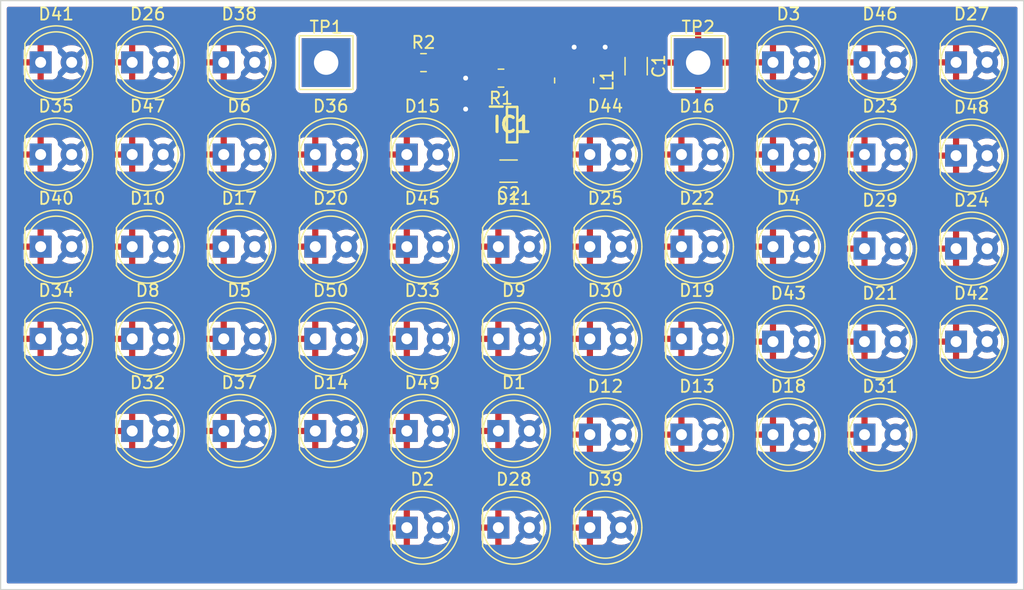
<source format=kicad_pcb>
(kicad_pcb (version 20211014) (generator pcbnew)
  (layers (0 "F.Cu" signal) (31 "B.Cu" signal) (34 "B.Paste" user) (35 "F.Paste" user) (36 "B.SilkS" user "B.Silkscreen") (37 "F.SilkS" user "F.Silkscreen") (38 "B.Mask" user) (39 "F.Mask" user) (44 "Edge.Cuts" user))
  (net 0 "")
  (net 1 "+3V3")
  (net 2 "GND")
  (net 3 "Net-(C2-Pad1)")
  (net 4 "Net-(IC1-Pad3)")
  (net 5 "Net-(IC1-Pad5)")
  (footprint "LED_THT:LED_D5.0mm" (layer "F.Cu") (at 145.95 93.75)
    (fp_text reference "D19" (at 1.27 -3.96) (layer "F.SilkS"))
    (fp_text value "LED")
    (fp_line (start -1.29 -1.545) (end -1.29 1.545) (layer "F.SilkS") (width 0.12))
    (fp_arc (start -1.29 -1.54483) (mid 2.072002 -2.880433) (end 4.26 0.000462) (layer "F.SilkS") (width 0.12))
    (fp_arc (start 4.26 -0.000462) (mid 2.072002 2.880433) (end -1.29 1.54483) (layer "F.SilkS") (width 0.12))
    (fp_circle (center 1.27 0) (end 3.77 0) (layer "F.SilkS") (width 0.12) (fill none))
    (pad "1" thru_hole rect (at 0 0) (size 1.8 1.8) (drill 0.9) (layers *.Cu *.Mask) (net 2 "GND"))
    (pad "2" thru_hole circle (at 2.54 0) (size 1.8 1.8) (drill 0.9) (layers *.Cu *.Mask) (net 1 "+3V3"))
  )
  (footprint "LED_THT:LED_D5.0mm" (layer "F.Cu") (at 168.45 78.74)
    (fp_text reference "D48" (at 1.27 -3.96) (layer "F.SilkS"))
    (fp_text value "LED")
    (fp_line (start -1.29 -1.545) (end -1.29 1.545) (layer "F.SilkS") (width 0.12))
    (fp_arc (start -1.29 -1.54483) (mid 2.072002 -2.880433) (end 4.26 0.000462) (layer "F.SilkS") (width 0.12))
    (fp_arc (start 4.26 -0.000462) (mid 2.072002 2.880433) (end -1.29 1.54483) (layer "F.SilkS") (width 0.12))
    (fp_circle (center 1.27 0) (end 3.77 0) (layer "F.SilkS") (width 0.12) (fill none))
    (pad "1" thru_hole rect (at 0 0) (size 1.8 1.8) (drill 0.9) (layers *.Cu *.Mask) (net 2 "GND"))
    (pad "2" thru_hole circle (at 2.54 0) (size 1.8 1.8) (drill 0.9) (layers *.Cu *.Mask) (net 1 "+3V3"))
  )
  (footprint "LED_THT:LED_D5.0mm" (layer "F.Cu") (at 138.45 101.6)
    (fp_text reference "D12" (at 1.27 -3.96) (layer "F.SilkS"))
    (fp_text value "LED")
    (fp_line (start -1.29 -1.545) (end -1.29 1.545) (layer "F.SilkS") (width 0.12))
    (fp_arc (start 4.26 -0.000462) (mid 2.072002 2.880433) (end -1.29 1.54483) (layer "F.SilkS") (width 0.12))
    (fp_arc (start -1.29 -1.54483) (mid 2.072002 -2.880433) (end 4.26 0.000462) (layer "F.SilkS") (width 0.12))
    (fp_circle (center 1.27 0) (end 3.77 0) (layer "F.SilkS") (width 0.12) (fill none))
    (pad "1" thru_hole rect (at 0 0) (size 1.8 1.8) (drill 0.9) (layers *.Cu *.Mask) (net 2 "GND"))
    (pad "2" thru_hole circle (at 2.54 0) (size 1.8 1.8) (drill 0.9) (layers *.Cu *.Mask) (net 1 "+3V3"))
  )
  (footprint "LED_THT:LED_D5.0mm" (layer "F.Cu") (at 130.95 109.22)
    (fp_text reference "D28" (at 1.27 -3.96) (layer "F.SilkS"))
    (fp_text value "LED")
    (fp_line (start -1.29 -1.545) (end -1.29 1.545) (layer "F.SilkS") (width 0.12))
    (fp_arc (start 4.26 -0.000462) (mid 2.072002 2.880433) (end -1.29 1.54483) (layer "F.SilkS") (width 0.12))
    (fp_arc (start -1.29 -1.54483) (mid 2.072002 -2.880433) (end 4.26 0.000462) (layer "F.SilkS") (width 0.12))
    (fp_circle (center 1.27 0) (end 3.77 0) (layer "F.SilkS") (width 0.12) (fill none))
    (pad "1" thru_hole rect (at 0 0) (size 1.8 1.8) (drill 0.9) (layers *.Cu *.Mask) (net 2 "GND"))
    (pad "2" thru_hole circle (at 2.54 0) (size 1.8 1.8) (drill 0.9) (layers *.Cu *.Mask) (net 1 "+3V3"))
  )
  (footprint "LED_THT:LED_D5.0mm" (layer "F.Cu") (at 108.45 78.65)
    (fp_text reference "D6" (at 1.27 -3.96) (layer "F.SilkS"))
    (fp_text value "LED")
    (fp_line (start -1.29 -1.545) (end -1.29 1.545) (layer "F.SilkS") (width 0.12))
    (fp_arc (start 4.26 -0.000462) (mid 2.072002 2.880433) (end -1.29 1.54483) (layer "F.SilkS") (width 0.12))
    (fp_arc (start -1.29 -1.54483) (mid 2.072002 -2.880433) (end 4.26 0.000462) (layer "F.SilkS") (width 0.12))
    (fp_circle (center 1.27 0) (end 3.77 0) (layer "F.SilkS") (width 0.12) (fill none))
    (pad "1" thru_hole rect (at 0 0) (size 1.8 1.8) (drill 0.9) (layers *.Cu *.Mask) (net 2 "GND"))
    (pad "2" thru_hole circle (at 2.54 0) (size 1.8 1.8) (drill 0.9) (layers *.Cu *.Mask) (net 1 "+3V3"))
  )
  (footprint "LED_THT:LED_D5.0mm" (layer "F.Cu") (at 123.45 86.2)
    (fp_text reference "D45" (at 1.27 -3.96) (layer "F.SilkS"))
    (fp_text value "LED")
    (fp_line (start -1.29 -1.545) (end -1.29 1.545) (layer "F.SilkS") (width 0.12))
    (fp_arc (start -1.29 -1.54483) (mid 2.072002 -2.880433) (end 4.26 0.000462) (layer "F.SilkS") (width 0.12))
    (fp_arc (start 4.26 -0.000462) (mid 2.072002 2.880433) (end -1.29 1.54483) (layer "F.SilkS") (width 0.12))
    (fp_circle (center 1.27 0) (end 3.77 0) (layer "F.SilkS") (width 0.12) (fill none))
    (pad "1" thru_hole rect (at 0 0) (size 1.8 1.8) (drill 0.9) (layers *.Cu *.Mask) (net 2 "GND"))
    (pad "2" thru_hole circle (at 2.54 0) (size 1.8 1.8) (drill 0.9) (layers *.Cu *.Mask) (net 1 "+3V3"))
  )
  (footprint "samacsys:SOT95P280X100-5N" (layer "F.Cu") (at 132.08 76.2)
    (fp_text reference "IC1" (at 0 0) (layer "F.SilkS") (effects (font (size 1.27 1.27) (thickness 0.254))))
    (fp_text value "AP3429AKTTR-G1" hide)
    (fp_line (start -0.425 -1.45) (end 0.425 -1.45) (layer "F.SilkS") (width 0.2))
    (fp_line (start -1.825 -1.475) (end -0.775 -1.475) (layer "F.SilkS") (width 0.2))
    (fp_line (start 0.425 1.45) (end -0.425 1.45) (layer "F.SilkS") (width 0.2))
    (fp_line (start -0.425 1.45) (end -0.425 -1.45) (layer "F.SilkS") (width 0.2))
    (fp_line (start 0.425 -1.45) (end 0.425 1.45) (layer "F.SilkS") (width 0.2))
    (pad "1" smd rect locked (at -1.3 -0.95 90) (size 0.55 1.05) (layers "F.Cu" "F.Paste" "F.Mask") (net 1 "+3V3"))
    (pad "2" smd rect locked (at -1.3 0 90) (size 0.55 1.05) (layers "F.Cu" "F.Paste" "F.Mask") (net 2 "GND"))
    (pad "3" smd rect locked (at -1.3 0.95 90) (size 0.55 1.05) (layers "F.Cu" "F.Paste" "F.Mask") (net 4 "Net-(IC1-Pad3)"))
    (pad "4" smd rect locked (at 1.3 0.95 90) (size 0.55 1.05) (layers "F.Cu" "F.Paste" "F.Mask") (net 3 "Net-(C2-Pad1)"))
    (pad "5" smd rect locked (at 1.3 -0.95 90) (size 0.55 1.05) (layers "F.Cu" "F.Paste" "F.Mask") (net 5 "Net-(IC1-Pad5)"))
  )
  (footprint "LED_THT:LED_D5.0mm" (layer "F.Cu") (at 93.45 78.65)
    (fp_text reference "D35" (at 1.27 -3.96) (layer "F.SilkS"))
    (fp_text value "LED")
    (fp_line (start -1.29 -1.545) (end -1.29 1.545) (layer "F.SilkS") (width 0.12))
    (fp_arc (start -1.29 -1.54483) (mid 2.072002 -2.880433) (end 4.26 0.000462) (layer "F.SilkS") (width 0.12))
    (fp_arc (start 4.26 -0.000462) (mid 2.072002 2.880433) (end -1.29 1.54483) (layer "F.SilkS") (width 0.12))
    (fp_circle (center 1.27 0) (end 3.77 0) (layer "F.SilkS") (width 0.12) (fill none))
    (pad "1" thru_hole rect (at 0 0) (size 1.8 1.8) (drill 0.9) (layers *.Cu *.Mask) (net 2 "GND"))
    (pad "2" thru_hole circle (at 2.54 0) (size 1.8 1.8) (drill 0.9) (layers *.Cu *.Mask) (net 1 "+3V3"))
  )
  (footprint "LED_THT:LED_D5.0mm" (layer "F.Cu") (at 168.45 93.98)
    (fp_text reference "D42" (at 1.27 -3.96) (layer "F.SilkS"))
    (fp_text value "LED")
    (fp_line (start -1.29 -1.545) (end -1.29 1.545) (layer "F.SilkS") (width 0.12))
    (fp_arc (start -1.29 -1.54483) (mid 2.072002 -2.880433) (end 4.26 0.000462) (layer "F.SilkS") (width 0.12))
    (fp_arc (start 4.26 -0.000462) (mid 2.072002 2.880433) (end -1.29 1.54483) (layer "F.SilkS") (width 0.12))
    (fp_circle (center 1.27 0) (end 3.77 0) (layer "F.SilkS") (width 0.12) (fill none))
    (pad "1" thru_hole rect (at 0 0) (size 1.8 1.8) (drill 0.9) (layers *.Cu *.Mask) (net 2 "GND"))
    (pad "2" thru_hole circle (at 2.54 0) (size 1.8 1.8) (drill 0.9) (layers *.Cu *.Mask) (net 1 "+3V3"))
  )
  (footprint "LED_THT:LED_D5.0mm" (layer "F.Cu") (at 108.45 86.2)
    (fp_text reference "D17" (at 1.27 -3.96) (layer "F.SilkS"))
    (fp_text value "LED")
    (fp_line (start -1.29 -1.545) (end -1.29 1.545) (layer "F.SilkS") (width 0.12))
    (fp_arc (start 4.26 -0.000462) (mid 2.072002 2.880433) (end -1.29 1.54483) (layer "F.SilkS") (width 0.12))
    (fp_arc (start -1.29 -1.54483) (mid 2.072002 -2.880433) (end 4.26 0.000462) (layer "F.SilkS") (width 0.12))
    (fp_circle (center 1.27 0) (end 3.77 0) (layer "F.SilkS") (width 0.12) (fill none))
    (pad "1" thru_hole rect (at 0 0) (size 1.8 1.8) (drill 0.9) (layers *.Cu *.Mask) (net 2 "GND"))
    (pad "2" thru_hole circle (at 2.54 0) (size 1.8 1.8) (drill 0.9) (layers *.Cu *.Mask) (net 1 "+3V3"))
  )
  (footprint "Capacitor_SMD:C_1206_3216Metric_Pad1.33x1.80mm_HandSolder" (layer "F.Cu") (at 131.7875 80.01 180)
    (fp_text reference "C2" (at 0 -1.85) (layer "F.SilkS"))
    (fp_text value "22uf")
    (fp_line (start -0.711252 -0.91) (end 0.711252 -0.91) (layer "F.SilkS") (width 0.12))
    (fp_line (start -0.711252 0.91) (end 0.711252 0.91) (layer "F.SilkS") (width 0.12))
    (pad "1" smd roundrect (at -1.5625 0 180) (size 1.325 1.8) (layers "F.Cu" "F.Paste" "F.Mask") (roundrect_rratio 0.188679) (net 3 "Net-(C2-Pad1)"))
    (pad "2" smd roundrect (at 1.5625 0 180) (size 1.325 1.8) (layers "F.Cu" "F.Paste" "F.Mask") (roundrect_rratio 0.188679) (net 2 "GND"))
  )
  (footprint "LED_THT:LED_D5.0mm" (layer "F.Cu") (at 145.95 86.2)
    (fp_text reference "D22" (at 1.27 -3.96) (layer "F.SilkS"))
    (fp_text value "LED")
    (fp_line (start -1.29 -1.545) (end -1.29 1.545) (layer "F.SilkS") (width 0.12))
    (fp_arc (start 4.26 -0.000462) (mid 2.072002 2.880433) (end -1.29 1.54483) (layer "F.SilkS") (width 0.12))
    (fp_arc (start -1.29 -1.54483) (mid 2.072002 -2.880433) (end 4.26 0.000462) (layer "F.SilkS") (width 0.12))
    (fp_circle (center 1.27 0) (end 3.77 0) (layer "F.SilkS") (width 0.12) (fill none))
    (pad "1" thru_hole rect (at 0 0) (size 1.8 1.8) (drill 0.9) (layers *.Cu *.Mask) (net 2 "GND"))
    (pad "2" thru_hole circle (at 2.54 0) (size 1.8 1.8) (drill 0.9) (layers *.Cu *.Mask) (net 1 "+3V3"))
  )
  (footprint "TestPoint:TestPoint_THTPad_4.0x4.0mm_Drill2.0mm" (layer "F.Cu") (at 147.32 71.12)
    (fp_text reference "TP2" (at 0 -2.898) (layer "F.SilkS"))
    (fp_text value "GND")
    (fp_line (start 2.2 -2.2) (end 2.2 2.2) (layer "F.SilkS") (width 0.12))
    (fp_line (start -2.2 2.2) (end -2.2 -2.2) (layer "F.SilkS") (width 0.12))
    (fp_line (start 2.2 2.2) (end -2.2 2.2) (layer "F.SilkS") (width 0.12))
    (fp_line (start -2.2 -2.2) (end 2.2 -2.2) (layer "F.SilkS") (width 0.12))
    (pad "1" thru_hole rect (at 0 0) (size 4 4) (drill 2) (layers *.Cu *.Mask) (net 2 "GND"))
  )
  (footprint "LED_THT:LED_D5.0mm" (layer "F.Cu") (at 123.45 109.22)
    (fp_text reference "D2" (at 1.27 -3.96) (layer "F.SilkS"))
    (fp_text value "LED")
    (fp_line (start -1.29 -1.545) (end -1.29 1.545) (layer "F.SilkS") (width 0.12))
    (fp_arc (start 4.26 -0.000462) (mid 2.072002 2.880433) (end -1.29 1.54483) (layer "F.SilkS") (width 0.12))
    (fp_arc (start -1.29 -1.54483) (mid 2.072002 -2.880433) (end 4.26 0.000462) (layer "F.SilkS") (width 0.12))
    (fp_circle (center 1.27 0) (end 3.77 0) (layer "F.SilkS") (width 0.12) (fill none))
    (pad "1" thru_hole rect (at 0 0) (size 1.8 1.8) (drill 0.9) (layers *.Cu *.Mask) (net 2 "GND"))
    (pad "2" thru_hole circle (at 2.54 0) (size 1.8 1.8) (drill 0.9) (layers *.Cu *.Mask) (net 1 "+3V3"))
  )
  (footprint "LED_THT:LED_D5.0mm" (layer "F.Cu") (at 153.45 86.2)
    (fp_text reference "D4" (at 1.27 -3.96) (layer "F.SilkS"))
    (fp_text value "LED")
    (fp_line (start -1.29 -1.545) (end -1.29 1.545) (layer "F.SilkS") (width 0.12))
    (fp_arc (start 4.26 -0.000462) (mid 2.072002 2.880433) (end -1.29 1.54483) (layer "F.SilkS") (width 0.12))
    (fp_arc (start -1.29 -1.54483) (mid 2.072002 -2.880433) (end 4.26 0.000462) (layer "F.SilkS") (width 0.12))
    (fp_circle (center 1.27 0) (end 3.77 0) (layer "F.SilkS") (width 0.12) (fill none))
    (pad "1" thru_hole rect (at 0 0) (size 1.8 1.8) (drill 0.9) (layers *.Cu *.Mask) (net 2 "GND"))
    (pad "2" thru_hole circle (at 2.54 0) (size 1.8 1.8) (drill 0.9) (layers *.Cu *.Mask) (net 1 "+3V3"))
  )
  (footprint "LED_THT:LED_D5.0mm" (layer "F.Cu") (at 115.95 78.65)
    (fp_text reference "D36" (at 1.27 -3.96) (layer "F.SilkS"))
    (fp_text value "LED")
    (fp_line (start -1.29 -1.545) (end -1.29 1.545) (layer "F.SilkS") (width 0.12))
    (fp_arc (start 4.26 -0.000462) (mid 2.072002 2.880433) (end -1.29 1.54483) (layer "F.SilkS") (width 0.12))
    (fp_arc (start -1.29 -1.54483) (mid 2.072002 -2.880433) (end 4.26 0.000462) (layer "F.SilkS") (width 0.12))
    (fp_circle (center 1.27 0) (end 3.77 0) (layer "F.SilkS") (width 0.12) (fill none))
    (pad "1" thru_hole rect (at 0 0) (size 1.8 1.8) (drill 0.9) (layers *.Cu *.Mask) (net 2 "GND"))
    (pad "2" thru_hole circle (at 2.54 0) (size 1.8 1.8) (drill 0.9) (layers *.Cu *.Mask) (net 1 "+3V3"))
  )
  (footprint "LED_THT:LED_D5.0mm" (layer "F.Cu") (at 145.95 101.6)
    (fp_text reference "D13" (at 1.27 -3.96) (layer "F.SilkS"))
    (fp_text value "LED")
    (fp_line (start -1.29 -1.545) (end -1.29 1.545) (layer "F.SilkS") (width 0.12))
    (fp_arc (start 4.26 -0.000462) (mid 2.072002 2.880433) (end -1.29 1.54483) (layer "F.SilkS") (width 0.12))
    (fp_arc (start -1.29 -1.54483) (mid 2.072002 -2.880433) (end 4.26 0.000462) (layer "F.SilkS") (width 0.12))
    (fp_circle (center 1.27 0) (end 3.77 0) (layer "F.SilkS") (width 0.12) (fill none))
    (pad "1" thru_hole rect (at 0 0) (size 1.8 1.8) (drill 0.9) (layers *.Cu *.Mask) (net 2 "GND"))
    (pad "2" thru_hole circle (at 2.54 0) (size 1.8 1.8) (drill 0.9) (layers *.Cu *.Mask) (net 1 "+3V3"))
  )
  (footprint "LED_THT:LED_D5.0mm" (layer "F.Cu") (at 93.45 71.1)
    (fp_text reference "D41" (at 1.27 -3.96) (layer "F.SilkS"))
    (fp_text value "LED")
    (fp_line (start -1.29 -1.545) (end -1.29 1.545) (layer "F.SilkS") (width 0.12))
    (fp_arc (start -1.29 -1.54483) (mid 2.072002 -2.880433) (end 4.26 0.000462) (layer "F.SilkS") (width 0.12))
    (fp_arc (start 4.26 -0.000462) (mid 2.072002 2.880433) (end -1.29 1.54483) (layer "F.SilkS") (width 0.12))
    (fp_circle (center 1.27 0) (end 3.77 0) (layer "F.SilkS") (width 0.12) (fill none))
    (pad "1" thru_hole rect (at 0 0) (size 1.8 1.8) (drill 0.9) (layers *.Cu *.Mask) (net 2 "GND"))
    (pad "2" thru_hole circle (at 2.54 0) (size 1.8 1.8) (drill 0.9) (layers *.Cu *.Mask) (net 1 "+3V3"))
  )
  (footprint "LED_THT:LED_D5.0mm" (layer "F.Cu") (at 93.45 86.2)
    (fp_text reference "D40" (at 1.27 -3.96) (layer "F.SilkS"))
    (fp_text value "LED")
    (fp_line (start -1.29 -1.545) (end -1.29 1.545) (layer "F.SilkS") (width 0.12))
    (fp_arc (start 4.26 -0.000462) (mid 2.072002 2.880433) (end -1.29 1.54483) (layer "F.SilkS") (width 0.12))
    (fp_arc (start -1.29 -1.54483) (mid 2.072002 -2.880433) (end 4.26 0.000462) (layer "F.SilkS") (width 0.12))
    (fp_circle (center 1.27 0) (end 3.77 0) (layer "F.SilkS") (width 0.12) (fill none))
    (pad "1" thru_hole rect (at 0 0) (size 1.8 1.8) (drill 0.9) (layers *.Cu *.Mask) (net 2 "GND"))
    (pad "2" thru_hole circle (at 2.54 0) (size 1.8 1.8) (drill 0.9) (layers *.Cu *.Mask) (net 1 "+3V3"))
  )
  (footprint "Resistor_SMD:R_0805_2012Metric" (layer "F.Cu") (at 124.8175 71.12)
    (fp_text reference "R2" (at 0 -1.65) (layer "F.SilkS"))
    (fp_text value "100k")
    (fp_line (start -0.227064 0.735) (end 0.227064 0.735) (layer "F.SilkS") (width 0.12))
    (fp_line (start -0.227064 -0.735) (end 0.227064 -0.735) (layer "F.SilkS") (width 0.12))
    (pad "1" smd roundrect (at -0.9125 0) (size 1.025 1.4) (layers "F.Cu" "F.Paste" "F.Mask") (roundrect_rratio 0.243902) (net 2 "GND"))
    (pad "2" smd roundrect (at 0.9125 0) (size 1.025 1.4) (layers "F.Cu" "F.Paste" "F.Mask") (roundrect_rratio 0.243902) (net 5 "Net-(IC1-Pad5)"))
  )
  (footprint "LED_THT:LED_D5.0mm" (layer "F.Cu") (at 160.95 93.98)
    (fp_text reference "D21" (at 1.27 -3.96) (layer "F.SilkS"))
    (fp_text value "LED")
    (fp_line (start -1.29 -1.545) (end -1.29 1.545) (layer "F.SilkS") (width 0.12))
    (fp_arc (start -1.29 -1.54483) (mid 2.072002 -2.880433) (end 4.26 0.000462) (layer "F.SilkS") (width 0.12))
    (fp_arc (start 4.26 -0.000462) (mid 2.072002 2.880433) (end -1.29 1.54483) (layer "F.SilkS") (width 0.12))
    (fp_circle (center 1.27 0) (end 3.77 0) (layer "F.SilkS") (width 0.12) (fill none))
    (pad "1" thru_hole rect (at 0 0) (size 1.8 1.8) (drill 0.9) (layers *.Cu *.Mask) (net 2 "GND"))
    (pad "2" thru_hole circle (at 2.54 0) (size 1.8 1.8) (drill 0.9) (layers *.Cu *.Mask) (net 1 "+3V3"))
  )
  (footprint "LED_THT:LED_D5.0mm" (layer "F.Cu") (at 108.45 93.75)
    (fp_text reference "D5" (at 1.27 -3.96) (layer "F.SilkS"))
    (fp_text value "LED")
    (fp_line (start -1.29 -1.545) (end -1.29 1.545) (layer "F.SilkS") (width 0.12))
    (fp_arc (start 4.26 -0.000462) (mid 2.072002 2.880433) (end -1.29 1.54483) (layer "F.SilkS") (width 0.12))
    (fp_arc (start -1.29 -1.54483) (mid 2.072002 -2.880433) (end 4.26 0.000462) (layer "F.SilkS") (width 0.12))
    (fp_circle (center 1.27 0) (end 3.77 0) (layer "F.SilkS") (width 0.12) (fill none))
    (pad "1" thru_hole rect (at 0 0) (size 1.8 1.8) (drill 0.9) (layers *.Cu *.Mask) (net 2 "GND"))
    (pad "2" thru_hole circle (at 2.54 0) (size 1.8 1.8) (drill 0.9) (layers *.Cu *.Mask) (net 1 "+3V3"))
  )
  (footprint "Resistor_SMD:R_0805_2012Metric" (layer "F.Cu") (at 131.1675 72.39 180)
    (fp_text reference "R1" (at 0 -1.65) (layer "F.SilkS"))
    (fp_text value "450k")
    (fp_line (start -0.227064 -0.735) (end 0.227064 -0.735) (layer "F.SilkS") (width 0.12))
    (fp_line (start -0.227064 0.735) (end 0.227064 0.735) (layer "F.SilkS") (width 0.12))
    (pad "1" smd roundrect (at -0.9125 0 180) (size 1.025 1.4) (layers "F.Cu" "F.Paste" "F.Mask") (roundrect_rratio 0.243902) (net 5 "Net-(IC1-Pad5)"))
    (pad "2" smd roundrect (at 0.9125 0 180) (size 1.025 1.4) (layers "F.Cu" "F.Paste" "F.Mask") (roundrect_rratio 0.243902) (net 1 "+3V3"))
  )
  (footprint "LED_THT:LED_D5.0mm" (layer "F.Cu") (at 153.45 93.98)
    (fp_text reference "D43" (at 1.27 -3.96) (layer "F.SilkS"))
    (fp_text value "LED")
    (fp_line (start -1.29 -1.545) (end -1.29 1.545) (layer "F.SilkS") (width 0.12))
    (fp_arc (start -1.29 -1.54483) (mid 2.072002 -2.880433) (end 4.26 0.000462) (layer "F.SilkS") (width 0.12))
    (fp_arc (start 4.26 -0.000462) (mid 2.072002 2.880433) (end -1.29 1.54483) (layer "F.SilkS") (width 0.12))
    (fp_circle (center 1.27 0) (end 3.77 0) (layer "F.SilkS") (width 0.12) (fill none))
    (pad "1" thru_hole rect (at 0 0) (size 1.8 1.8) (drill 0.9) (layers *.Cu *.Mask) (net 2 "GND"))
    (pad "2" thru_hole circle (at 2.54 0) (size 1.8 1.8) (drill 0.9) (layers *.Cu *.Mask) (net 1 "+3V3"))
  )
  (footprint "LED_THT:LED_D5.0mm" (layer "F.Cu") (at 153.45 71.1)
    (fp_text reference "D3" (at 1.27 -3.96) (layer "F.SilkS"))
    (fp_text value "LED")
    (fp_line (start -1.29 -1.545) (end -1.29 1.545) (layer "F.SilkS") (width 0.12))
    (fp_arc (start -1.29 -1.54483) (mid 2.072002 -2.880433) (end 4.26 0.000462) (layer "F.SilkS") (width 0.12))
    (fp_arc (start 4.26 -0.000462) (mid 2.072002 2.880433) (end -1.29 1.54483) (layer "F.SilkS") (width 0.12))
    (fp_circle (center 1.27 0) (end 3.77 0) (layer "F.SilkS") (width 0.12) (fill none))
    (pad "1" thru_hole rect (at 0 0) (size 1.8 1.8) (drill 0.9) (layers *.Cu *.Mask) (net 2 "GND"))
    (pad "2" thru_hole circle (at 2.54 0) (size 1.8 1.8) (drill 0.9) (layers *.Cu *.Mask) (net 1 "+3V3"))
  )
  (footprint "LED_THT:LED_D5.0mm" (layer "F.Cu") (at 123.45 78.65)
    (fp_text reference "D15" (at 1.27 -3.96) (layer "F.SilkS"))
    (fp_text value "LED")
    (fp_line (start -1.29 -1.545) (end -1.29 1.545) (layer "F.SilkS") (width 0.12))
    (fp_arc (start 4.26 -0.000462) (mid 2.072002 2.880433) (end -1.29 1.54483) (layer "F.SilkS") (width 0.12))
    (fp_arc (start -1.29 -1.54483) (mid 2.072002 -2.880433) (end 4.26 0.000462) (layer "F.SilkS") (width 0.12))
    (fp_circle (center 1.27 0) (end 3.77 0) (layer "F.SilkS") (width 0.12) (fill none))
    (pad "1" thru_hole rect (at 0 0) (size 1.8 1.8) (drill 0.9) (layers *.Cu *.Mask) (net 2 "GND"))
    (pad "2" thru_hole circle (at 2.54 0) (size 1.8 1.8) (drill 0.9) (layers *.Cu *.Mask) (net 1 "+3V3"))
  )
  (footprint "LED_THT:LED_D5.0mm" (layer "F.Cu") (at 100.95 86.2)
    (fp_text reference "D10" (at 1.27 -3.96) (layer "F.SilkS"))
    (fp_text value "LED")
    (fp_line (start -1.29 -1.545) (end -1.29 1.545) (layer "F.SilkS") (width 0.12))
    (fp_arc (start 4.26 -0.000462) (mid 2.072002 2.880433) (end -1.29 1.54483) (layer "F.SilkS") (width 0.12))
    (fp_arc (start -1.29 -1.54483) (mid 2.072002 -2.880433) (end 4.26 0.000462) (layer "F.SilkS") (width 0.12))
    (fp_circle (center 1.27 0) (end 3.77 0) (layer "F.SilkS") (width 0.12) (fill none))
    (pad "1" thru_hole rect (at 0 0) (size 1.8 1.8) (drill 0.9) (layers *.Cu *.Mask) (net 2 "GND"))
    (pad "2" thru_hole circle (at 2.54 0) (size 1.8 1.8) (drill 0.9) (layers *.Cu *.Mask) (net 1 "+3V3"))
  )
  (footprint "LED_THT:LED_D5.0mm" (layer "F.Cu") (at 138.45 93.75)
    (fp_text reference "D30" (at 1.27 -3.96) (layer "F.SilkS"))
    (fp_text value "LED")
    (fp_line (start -1.29 -1.545) (end -1.29 1.545) (layer "F.SilkS") (width 0.12))
    (fp_arc (start 4.26 -0.000462) (mid 2.072002 2.880433) (end -1.29 1.54483) (layer "F.SilkS") (width 0.12))
    (fp_arc (start -1.29 -1.54483) (mid 2.072002 -2.880433) (end 4.26 0.000462) (layer "F.SilkS") (width 0.12))
    (fp_circle (center 1.27 0) (end 3.77 0) (layer "F.SilkS") (width 0.12) (fill none))
    (pad "1" thru_hole rect (at 0 0) (size 1.8 1.8) (drill 0.9) (layers *.Cu *.Mask) (net 2 "GND"))
    (pad "2" thru_hole circle (at 2.54 0) (size 1.8 1.8) (drill 0.9) (layers *.Cu *.Mask) (net 1 "+3V3"))
  )
  (footprint "LED_THT:LED_D5.0mm" (layer "F.Cu") (at 160.95 86.36)
    (fp_text reference "D29" (at 1.27 -3.96) (layer "F.SilkS"))
    (fp_text value "LED")
    (fp_line (start -1.29 -1.545) (end -1.29 1.545) (layer "F.SilkS") (width 0.12))
    (fp_arc (start 4.26 -0.000462) (mid 2.072002 2.880433) (end -1.29 1.54483) (layer "F.SilkS") (width 0.12))
    (fp_arc (start -1.29 -1.54483) (mid 2.072002 -2.880433) (end 4.26 0.000462) (layer "F.SilkS") (width 0.12))
    (fp_circle (center 1.27 0) (end 3.77 0) (layer "F.SilkS") (width 0.12) (fill none))
    (pad "1" thru_hole rect (at 0 0) (size 1.8 1.8) (drill 0.9) (layers *.Cu *.Mask) (net 2 "GND"))
    (pad "2" thru_hole circle (at 2.54 0) (size 1.8 1.8) (drill 0.9) (layers *.Cu *.Mask) (net 1 "+3V3"))
  )
  (footprint "LED_THT:LED_D5.0mm" (layer "F.Cu") (at 168.45 71.1)
    (fp_text reference "D27" (at 1.27 -3.96) (layer "F.SilkS"))
    (fp_text value "LED")
    (fp_line (start -1.29 -1.545) (end -1.29 1.545) (layer "F.SilkS") (width 0.12))
    (fp_arc (start 4.26 -0.000462) (mid 2.072002 2.880433) (end -1.29 1.54483) (layer "F.SilkS") (width 0.12))
    (fp_arc (start -1.29 -1.54483) (mid 2.072002 -2.880433) (end 4.26 0.000462) (layer "F.SilkS") (width 0.12))
    (fp_circle (center 1.27 0) (end 3.77 0) (layer "F.SilkS") (width 0.12) (fill none))
    (pad "1" thru_hole rect (at 0 0) (size 1.8 1.8) (drill 0.9) (layers *.Cu *.Mask) (net 2 "GND"))
    (pad "2" thru_hole circle (at 2.54 0) (size 1.8 1.8) (drill 0.9) (layers *.Cu *.Mask) (net 1 "+3V3"))
  )
  (footprint "LED_THT:LED_D5.0mm" (layer "F.Cu") (at 138.45 86.2)
    (fp_text reference "D25" (at 1.27 -3.96) (layer "F.SilkS"))
    (fp_text value "LED")
    (fp_line (start -1.29 -1.545) (end -1.29 1.545) (layer "F.SilkS") (width 0.12))
    (fp_arc (start 4.26 -0.000462) (mid 2.072002 2.880433) (end -1.29 1.54483) (layer "F.SilkS") (width 0.12))
    (fp_arc (start -1.29 -1.54483) (mid 2.072002 -2.880433) (end 4.26 0.000462) (layer "F.SilkS") (width 0.12))
    (fp_circle (center 1.27 0) (end 3.77 0) (layer "F.SilkS") (width 0.12) (fill none))
    (pad "1" thru_hole rect (at 0 0) (size 1.8 1.8) (drill 0.9) (layers *.Cu *.Mask) (net 2 "GND"))
    (pad "2" thru_hole circle (at 2.54 0) (size 1.8 1.8) (drill 0.9) (layers *.Cu *.Mask) (net 1 "+3V3"))
  )
  (footprint "Inductor_SMD:L_Wuerth_MAPI-3020" (layer "F.Cu") (at 137.16 72.585 -90)
    (fp_text reference "L1" (at 0 -2.7 90) (layer "F.SilkS"))
    (fp_text value "2u2H")
    (fp_line (start -0.2 1.6) (end 0.2 1.6) (layer "F.SilkS") (width 0.12))
    (fp_line (start -0.2 -1.6) (end 0.2 -1.6) (layer "F.SilkS") (width 0.12))
    (pad "1" smd rect (at -1.075 0 270) (size 1.35 3.4) (layers "F.Cu" "F.Paste" "F.Mask") (net 1 "+3V3"))
    (pad "2" smd rect (at 1.075 0 270) (size 1.35 3.4) (layers "F.Cu" "F.Paste" "F.Mask") (net 4 "Net-(IC1-Pad3)"))
  )
  (footprint "LED_THT:LED_D5.0mm" (layer "F.Cu") (at 160.95 101.6)
    (fp_text reference "D31" (at 1.27 -3.96) (layer "F.SilkS"))
    (fp_text value "LED")
    (fp_line (start -1.29 -1.545) (end -1.29 1.545) (layer "F.SilkS") (width 0.12))
    (fp_arc (start 4.26 -0.000462) (mid 2.072002 2.880433) (end -1.29 1.54483) (layer "F.SilkS") (width 0.12))
    (fp_arc (start -1.29 -1.54483) (mid 2.072002 -2.880433) (end 4.26 0.000462) (layer "F.SilkS") (width 0.12))
    (fp_circle (center 1.27 0) (end 3.77 0) (layer "F.SilkS") (width 0.12) (fill none))
    (pad "1" thru_hole rect (at 0 0) (size 1.8 1.8) (drill 0.9) (layers *.Cu *.Mask) (net 2 "GND"))
    (pad "2" thru_hole circle (at 2.54 0) (size 1.8 1.8) (drill 0.9) (layers *.Cu *.Mask) (net 1 "+3V3"))
  )
  (footprint "LED_THT:LED_D5.0mm" (layer "F.Cu") (at 115.95 101.3)
    (fp_text reference "D14" (at 1.27 -3.96) (layer "F.SilkS"))
    (fp_text value "LED")
    (fp_line (start -1.29 -1.545) (end -1.29 1.545) (layer "F.SilkS") (width 0.12))
    (fp_arc (start -1.29 -1.54483) (mid 2.072002 -2.880433) (end 4.26 0.000462) (layer "F.SilkS") (width 0.12))
    (fp_arc (start 4.26 -0.000462) (mid 2.072002 2.880433) (end -1.29 1.54483) (layer "F.SilkS") (width 0.12))
    (fp_circle (center 1.27 0) (end 3.77 0) (layer "F.SilkS") (width 0.12) (fill none))
    (pad "1" thru_hole rect (at 0 0) (size 1.8 1.8) (drill 0.9) (layers *.Cu *.Mask) (net 2 "GND"))
    (pad "2" thru_hole circle (at 2.54 0) (size 1.8 1.8) (drill 0.9) (layers *.Cu *.Mask) (net 1 "+3V3"))
  )
  (footprint "Capacitor_SMD:C_1206_3216Metric_Pad1.33x1.80mm_HandSolder" (layer "F.Cu") (at 142.24 71.4125 -90)
    (fp_text reference "C1" (at 0 -1.85 90) (layer "F.SilkS"))
    (fp_text value "22uf")
    (fp_line (start -0.711252 0.91) (end 0.711252 0.91) (layer "F.SilkS") (width 0.12))
    (fp_line (start -0.711252 -0.91) (end 0.711252 -0.91) (layer "F.SilkS") (width 0.12))
    (pad "1" smd roundrect (at -1.5625 0 270) (size 1.325 1.8) (layers "F.Cu" "F.Paste" "F.Mask") (roundrect_rratio 0.188679) (net 1 "+3V3"))
    (pad "2" smd roundrect (at 1.5625 0 270) (size 1.325 1.8) (layers "F.Cu" "F.Paste" "F.Mask") (roundrect_rratio 0.188679) (net 2 "GND"))
  )
  (footprint "LED_THT:LED_D5.0mm" (layer "F.Cu") (at 168.45 86.36)
    (fp_text reference "D24" (at 1.27 -3.96) (layer "F.SilkS"))
    (fp_text value "LED")
    (fp_line (start -1.29 -1.545) (end -1.29 1.545) (layer "F.SilkS") (width 0.12))
    (fp_arc (start -1.29 -1.54483) (mid 2.072002 -2.880433) (end 4.26 0.000462) (layer "F.SilkS") (width 0.12))
    (fp_arc (start 4.26 -0.000462) (mid 2.072002 2.880433) (end -1.29 1.54483) (layer "F.SilkS") (width 0.12))
    (fp_circle (center 1.27 0) (end 3.77 0) (layer "F.SilkS") (width 0.12) (fill none))
    (pad "1" thru_hole rect (at 0 0) (size 1.8 1.8) (drill 0.9) (layers *.Cu *.Mask) (net 2 "GND"))
    (pad "2" thru_hole circle (at 2.54 0) (size 1.8 1.8) (drill 0.9) (layers *.Cu *.Mask) (net 1 "+3V3"))
  )
  (footprint "LED_THT:LED_D5.0mm" (layer "F.Cu") (at 108.45 71.1)
    (fp_text reference "D38" (at 1.27 -3.96) (layer "F.SilkS"))
    (fp_text value "LED")
    (fp_line (start -1.29 -1.545) (end -1.29 1.545) (layer "F.SilkS") (width 0.12))
    (fp_arc (start -1.29 -1.54483) (mid 2.072002 -2.880433) (end 4.26 0.000462) (layer "F.SilkS") (width 0.12))
    (fp_arc (start 4.26 -0.000462) (mid 2.072002 2.880433) (end -1.29 1.54483) (layer "F.SilkS") (width 0.12))
    (fp_circle (center 1.27 0) (end 3.77 0) (layer "F.SilkS") (width 0.12) (fill none))
    (pad "1" thru_hole rect (at 0 0) (size 1.8 1.8) (drill 0.9) (layers *.Cu *.Mask) (net 2 "GND"))
    (pad "2" thru_hole circle (at 2.54 0) (size 1.8 1.8) (drill 0.9) (layers *.Cu *.Mask) (net 1 "+3V3"))
  )
  (footprint "LED_THT:LED_D5.0mm" (layer "F.Cu") (at 138.45 78.65)
    (fp_text reference "D44" (at 1.27 -3.96) (layer "F.SilkS"))
    (fp_text value "LED")
    (fp_line (start -1.29 -1.545) (end -1.29 1.545) (layer "F.SilkS") (width 0.12))
    (fp_arc (start 4.26 -0.000462) (mid 2.072002 2.880433) (end -1.29 1.54483) (layer "F.SilkS") (width 0.12))
    (fp_arc (start -1.29 -1.54483) (mid 2.072002 -2.880433) (end 4.26 0.000462) (layer "F.SilkS") (width 0.12))
    (fp_circle (center 1.27 0) (end 3.77 0) (layer "F.SilkS") (width 0.12) (fill none))
    (pad "1" thru_hole rect (at 0 0) (size 1.8 1.8) (drill 0.9) (layers *.Cu *.Mask) (net 2 "GND"))
    (pad "2" thru_hole circle (at 2.54 0) (size 1.8 1.8) (drill 0.9) (layers *.Cu *.Mask) (net 1 "+3V3"))
  )
  (footprint "LED_THT:LED_D5.0mm" (layer "F.Cu") (at 130.95 93.75)
    (fp_text reference "D9" (at 1.27 -3.96) (layer "F.SilkS"))
    (fp_text value "LED")
    (fp_line (start -1.29 -1.545) (end -1.29 1.545) (layer "F.SilkS") (width 0.12))
    (fp_arc (start -1.29 -1.54483) (mid 2.072002 -2.880433) (end 4.26 0.000462) (layer "F.SilkS") (width 0.12))
    (fp_arc (start 4.26 -0.000462) (mid 2.072002 2.880433) (end -1.29 1.54483) (layer "F.SilkS") (width 0.12))
    (fp_circle (center 1.27 0) (end 3.77 0) (layer "F.SilkS") (width 0.12) (fill none))
    (pad "1" thru_hole rect (at 0 0) (size 1.8 1.8) (drill 0.9) (layers *.Cu *.Mask) (net 2 "GND"))
    (pad "2" thru_hole circle (at 2.54 0) (size 1.8 1.8) (drill 0.9) (layers *.Cu *.Mask) (net 1 "+3V3"))
  )
  (footprint "LED_THT:LED_D5.0mm" (layer "F.Cu") (at 138.45 109.22)
    (fp_text reference "D39" (at 1.27 -3.96) (layer "F.SilkS"))
    (fp_text value "LED")
    (fp_line (start -1.29 -1.545) (end -1.29 1.545) (layer "F.SilkS") (width 0.12))
    (fp_arc (start -1.29 -1.54483) (mid 2.072002 -2.880433) (end 4.26 0.000462) (layer "F.SilkS") (width 0.12))
    (fp_arc (start 4.26 -0.000462) (mid 2.072002 2.880433) (end -1.29 1.54483) (layer "F.SilkS") (width 0.12))
    (fp_circle (center 1.27 0) (end 3.77 0) (layer "F.SilkS") (width 0.12) (fill none))
    (pad "1" thru_hole rect (at 0 0) (size 1.8 1.8) (drill 0.9) (layers *.Cu *.Mask) (net 2 "GND"))
    (pad "2" thru_hole circle (at 2.54 0) (size 1.8 1.8) (drill 0.9) (layers *.Cu *.Mask) (net 1 "+3V3"))
  )
  (footprint "LED_THT:LED_D5.0mm" (layer "F.Cu") (at 160.95 78.65)
    (fp_text reference "D23" (at 1.27 -3.96) (layer "F.SilkS"))
    (fp_text value "LED")
    (fp_line (start -1.29 -1.545) (end -1.29 1.545) (layer "F.SilkS") (width 0.12))
    (fp_arc (start 4.26 -0.000462) (mid 2.072002 2.880433) (end -1.29 1.54483) (layer "F.SilkS") (width 0.12))
    (fp_arc (start -1.29 -1.54483) (mid 2.072002 -2.880433) (end 4.26 0.000462) (layer "F.SilkS") (width 0.12))
    (fp_circle (center 1.27 0) (end 3.77 0) (layer "F.SilkS") (width 0.12) (fill none))
    (pad "1" thru_hole rect (at 0 0) (size 1.8 1.8) (drill 0.9) (layers *.Cu *.Mask) (net 2 "GND"))
    (pad "2" thru_hole circle (at 2.54 0) (size 1.8 1.8) (drill 0.9) (layers *.Cu *.Mask) (net 1 "+3V3"))
  )
  (footprint "LED_THT:LED_D5.0mm" (layer "F.Cu") (at 100.95 101.3)
    (fp_text reference "D32" (at 1.27 -3.96) (layer "F.SilkS"))
    (fp_text value "LED")
    (fp_line (start -1.29 -1.545) (end -1.29 1.545) (layer "F.SilkS") (width 0.12))
    (fp_arc (start -1.29 -1.54483) (mid 2.072002 -2.880433) (end 4.26 0.000462) (layer "F.SilkS") (width 0.12))
    (fp_arc (start 4.26 -0.000462) (mid 2.072002 2.880433) (end -1.29 1.54483) (layer "F.SilkS") (width 0.12))
    (fp_circle (center 1.27 0) (end 3.77 0) (layer "F.SilkS") (width 0.12) (fill none))
    (pad "1" thru_hole rect (at 0 0) (size 1.8 1.8) (drill 0.9) (layers *.Cu *.Mask) (net 2 "GND"))
    (pad "2" thru_hole circle (at 2.54 0) (size 1.8 1.8) (drill 0.9) (layers *.Cu *.Mask) (net 1 "+3V3"))
  )
  (footprint "LED_THT:LED_D5.0mm" (layer "F.Cu") (at 115.95 93.75)
    (fp_text reference "D50" (at 1.27 -3.96) (layer "F.SilkS"))
    (fp_text value "LED")
    (fp_line (start -1.29 -1.545) (end -1.29 1.545) (layer "F.SilkS") (width 0.12))
    (fp_arc (start 4.26 -0.000462) (mid 2.072002 2.880433) (end -1.29 1.54483) (layer "F.SilkS") (width 0.12))
    (fp_arc (start -1.29 -1.54483) (mid 2.072002 -2.880433) (end 4.26 0.000462) (layer "F.SilkS") (width 0.12))
    (fp_circle (center 1.27 0) (end 3.77 0) (layer "F.SilkS") (width 0.12) (fill none))
    (pad "1" thru_hole rect (at 0 0) (size 1.8 1.8) (drill 0.9) (layers *.Cu *.Mask) (net 2 "GND"))
    (pad "2" thru_hole circle (at 2.54 0) (size 1.8 1.8) (drill 0.9) (layers *.Cu *.Mask) (net 1 "+3V3"))
  )
  (footprint "LED_THT:LED_D5.0mm" (layer "F.Cu") (at 108.45 101.3)
    (fp_text reference "D37" (at 1.27 -3.96) (layer "F.SilkS"))
    (fp_text value "LED")
    (fp_line (start -1.29 -1.545) (end -1.29 1.545) (layer "F.SilkS") (width 0.12))
    (fp_arc (start 4.26 -0.000462) (mid 2.072002 2.880433) (end -1.29 1.54483) (layer "F.SilkS") (width 0.12))
    (fp_arc (start -1.29 -1.54483) (mid 2.072002 -2.880433) (end 4.26 0.000462) (layer "F.SilkS") (width 0.12))
    (fp_circle (center 1.27 0) (end 3.77 0) (layer "F.SilkS") (width 0.12) (fill none))
    (pad "1" thru_hole rect (at 0 0) (size 1.8 1.8) (drill 0.9) (layers *.Cu *.Mask) (net 2 "GND"))
    (pad "2" thru_hole circle (at 2.54 0) (size 1.8 1.8) (drill 0.9) (layers *.Cu *.Mask) (net 1 "+3V3"))
  )
  (footprint "LED_THT:LED_D5.0mm" (layer "F.Cu") (at 100.95 78.65)
    (fp_text reference "D47" (at 1.27 -3.96) (layer "F.SilkS"))
    (fp_text value "LED")
    (fp_line (start -1.29 -1.545) (end -1.29 1.545) (layer "F.SilkS") (width 0.12))
    (fp_arc (start 4.26 -0.000462) (mid 2.072002 2.880433) (end -1.29 1.54483) (layer "F.SilkS") (width 0.12))
    (fp_arc (start -1.29 -1.54483) (mid 2.072002 -2.880433) (end 4.26 0.000462) (layer "F.SilkS") (width 0.12))
    (fp_circle (center 1.27 0) (end 3.77 0) (layer "F.SilkS") (width 0.12) (fill none))
    (pad "1" thru_hole rect (at 0 0) (size 1.8 1.8) (drill 0.9) (layers *.Cu *.Mask) (net 2 "GND"))
    (pad "2" thru_hole circle (at 2.54 0) (size 1.8 1.8) (drill 0.9) (layers *.Cu *.Mask) (net 1 "+3V3"))
  )
  (footprint "LED_THT:LED_D5.0mm" (layer "F.Cu") (at 145.95 78.65)
    (fp_text reference "D16" (at 1.27 -3.96) (layer "F.SilkS"))
    (fp_text value "LED")
    (fp_line (start -1.29 -1.545) (end -1.29 1.545) (layer "F.SilkS") (width 0.12))
    (fp_arc (start 4.26 -0.000462) (mid 2.072002 2.880433) (end -1.29 1.54483) (layer "F.SilkS") (width 0.12))
    (fp_arc (start -1.29 -1.54483) (mid 2.072002 -2.880433) (end 4.26 0.000462) (layer "F.SilkS") (width 0.12))
    (fp_circle (center 1.27 0) (end 3.77 0) (layer "F.SilkS") (width 0.12) (fill none))
    (pad "1" thru_hole rect (at 0 0) (size 1.8 1.8) (drill 0.9) (layers *.Cu *.Mask) (net 2 "GND"))
    (pad "2" thru_hole circle (at 2.54 0) (size 1.8 1.8) (drill 0.9) (layers *.Cu *.Mask) (net 1 "+3V3"))
  )
  (footprint "LED_THT:LED_D5.0mm" (layer "F.Cu") (at 100.95 71.1)
    (fp_text reference "D26" (at 1.27 -3.96) (layer "F.SilkS"))
    (fp_text value "LED")
    (fp_line (start -1.29 -1.545) (end -1.29 1.545) (layer "F.SilkS") (width 0.12))
    (fp_arc (start 4.26 -0.000462) (mid 2.072002 2.880433) (end -1.29 1.54483) (layer "F.SilkS") (width 0.12))
    (fp_arc (start -1.29 -1.54483) (mid 2.072002 -2.880433) (end 4.26 0.000462) (layer "F.SilkS") (width 0.12))
    (fp_circle (center 1.27 0) (end 3.77 0) (layer "F.SilkS") (width 0.12) (fill none))
    (pad "1" thru_hole rect (at 0 0) (size 1.8 1.8) (drill 0.9) (layers *.Cu *.Mask) (net 2 "GND"))
    (pad "2" thru_hole circle (at 2.54 0) (size 1.8 1.8) (drill 0.9) (layers *.Cu *.Mask) (net 1 "+3V3"))
  )
  (footprint "TestPoint:TestPoint_THTPad_4.0x4.0mm_Drill2.0mm" (layer "F.Cu") (at 116.84 71.12)
    (fp_text reference "TP1" (at 0 -2.898) (layer "F.SilkS"))
    (fp_text value "Vin")
    (fp_line (start 2.2 -2.2) (end 2.2 2.2) (layer "F.SilkS") (width 0.12))
    (fp_line (start -2.2 -2.2) (end 2.2 -2.2) (layer "F.SilkS") (width 0.12))
    (fp_line (start -2.2 2.2) (end -2.2 -2.2) (layer "F.SilkS") (width 0.12))
    (fp_line (start 2.2 2.2) (end -2.2 2.2) (layer "F.SilkS") (width 0.12))
    (pad "1" thru_hole rect (at 0 0) (size 4 4) (drill 2) (layers *.Cu *.Mask) (net 3 "Net-(C2-Pad1)"))
  )
  (footprint "LED_THT:LED_D5.0mm" (layer "F.Cu") (at 93.45 93.75)
    (fp_text reference "D34" (at 1.27 -3.96) (layer "F.SilkS"))
    (fp_text value "LED")
    (fp_line (start -1.29 -1.545) (end -1.29 1.545) (layer "F.SilkS") (width 0.12))
    (fp_arc (start 4.26 -0.000462) (mid 2.072002 2.880433) (end -1.29 1.54483) (layer "F.SilkS") (width 0.12))
    (fp_arc (start -1.29 -1.54483) (mid 2.072002 -2.880433) (end 4.26 0.000462) (layer "F.SilkS") (width 0.12))
    (fp_circle (center 1.27 0) (end 3.77 0) (layer "F.SilkS") (width 0.12) (fill none))
    (pad "1" thru_hole rect (at 0 0) (size 1.8 1.8) (drill 0.9) (layers *.Cu *.Mask) (net 2 "GND"))
    (pad "2" thru_hole circle (at 2.54 0) (size 1.8 1.8) (drill 0.9) (layers *.Cu *.Mask) (net 1 "+3V3"))
  )
  (footprint "LED_THT:LED_D5.0mm" (layer "F.Cu") (at 130.95 101.3)
    (fp_text reference "D1" (at 1.27 -3.96) (layer "F.SilkS"))
    (fp_text value "LED")
    (fp_line (start -1.29 -1.545) (end -1.29 1.545) (layer "F.SilkS") (width 0.12))
    (fp_arc (start 4.26 -0.000462) (mid 2.072002 2.880433) (end -1.29 1.54483) (layer "F.SilkS") (width 0.12))
    (fp_arc (start -1.29 -1.54483) (mid 2.072002 -2.880433) (end 4.26 0.000462) (layer "F.SilkS") (width 0.12))
    (fp_circle (center 1.27 0) (end 3.77 0) (layer "F.SilkS") (width 0.12) (fill none))
    (pad "1" thru_hole rect (at 0 0) (size 1.8 1.8) (drill 0.9) (layers *.Cu *.Mask) (net 2 "GND"))
    (pad "2" thru_hole circle (at 2.54 0) (size 1.8 1.8) (drill 0.9) (layers *.Cu *.Mask) (net 1 "+3V3"))
  )
  (footprint "LED_THT:LED_D5.0mm" (layer "F.Cu") (at 153.45 78.65)
    (fp_text reference "D7" (at 1.27 -3.96) (layer "F.SilkS"))
    (fp_text value "LED")
    (fp_line (start -1.29 -1.545) (end -1.29 1.545) (layer "F.SilkS") (width 0.12))
    (fp_arc (start 4.26 -0.000462) (mid 2.072002 2.880433) (end -1.29 1.54483) (layer "F.SilkS") (width 0.12))
    (fp_arc (start -1.29 -1.54483) (mid 2.072002 -2.880433) (end 4.26 0.000462) (layer "F.SilkS") (width 0.12))
    (fp_circle (center 1.27 0) (end 3.77 0) (layer "F.SilkS") (width 0.12) (fill none))
    (pad "1" thru_hole rect (at 0 0) (size 1.8 1.8) (drill 0.9) (layers *.Cu *.Mask) (net 2 "GND"))
    (pad "2" thru_hole circle (at 2.54 0) (size 1.8 1.8) (drill 0.9) (layers *.Cu *.Mask) (net 1 "+3V3"))
  )
  (footprint "LED_THT:LED_D5.0mm" (layer "F.Cu") (at 153.45 101.6)
    (fp_text reference "D18" (at 1.27 -3.96) (layer "F.SilkS"))
    (fp_text value "LED")
    (fp_line (start -1.29 -1.545) (end -1.29 1.545) (layer "F.SilkS") (width 0.12))
    (fp_arc (start 4.26 -0.000462) (mid 2.072002 2.880433) (end -1.29 1.54483) (layer "F.SilkS") (width 0.12))
    (fp_arc (start -1.29 -1.54483) (mid 2.072002 -2.880433) (end 4.26 0.000462) (layer "F.SilkS") (width 0.12))
    (fp_circle (center 1.27 0) (end 3.77 0) (layer "F.SilkS") (width 0.12) (fill none))
    (pad "1" thru_hole rect (at 0 0) (size 1.8 1.8) (drill 0.9) (layers *.Cu *.Mask) (net 2 "GND"))
    (pad "2" thru_hole circle (at 2.54 0) (size 1.8 1.8) (drill 0.9) (layers *.Cu *.Mask) (net 1 "+3V3"))
  )
  (footprint "LED_THT:LED_D5.0mm" (layer "F.Cu") (at 123.45 93.75)
    (fp_text reference "D33" (at 1.27 -3.96) (layer "F.SilkS"))
    (fp_text value "LED")
    (fp_line (start -1.29 -1.545) (end -1.29 1.545) (layer "F.SilkS") (width 0.12))
    (fp_arc (start -1.29 -1.54483) (mid 2.072002 -2.880433) (end 4.26 0.000462) (layer "F.SilkS") (width 0.12))
    (fp_arc (start 4.26 -0.000462) (mid 2.072002 2.880433) (end -1.29 1.54483) (layer "F.SilkS") (width 0.12))
    (fp_circle (center 1.27 0) (end 3.77 0) (layer "F.SilkS") (width 0.12) (fill none))
    (pad "1" thru_hole rect (at 0 0) (size 1.8 1.8) (drill 0.9) (layers *.Cu *.Mask) (net 2 "GND"))
    (pad "2" thru_hole circle (at 2.54 0) (size 1.8 1.8) (drill 0.9) (layers *.Cu *.Mask) (net 1 "+3V3"))
  )
  (footprint "LED_THT:LED_D5.0mm" (layer "F.Cu") (at 100.95 93.75)
    (fp_text reference "D8" (at 1.27 -3.96) (layer "F.SilkS"))
    (fp_text value "LED")
    (fp_line (start -1.29 -1.545) (end -1.29 1.545) (layer "F.SilkS") (width 0.12))
    (fp_arc (start -1.29 -1.54483) (mid 2.072002 -2.880433) (end 4.26 0.000462) (layer "F.SilkS") (width 0.12))
    (fp_arc (start 4.26 -0.000462) (mid 2.072002 2.880433) (end -1.29 1.54483) (layer "F.SilkS") (width 0.12))
    (fp_circle (center 1.27 0) (end 3.77 0) (layer "F.SilkS") (width 0.12) (fill none))
    (pad "1" thru_hole rect (at 0 0) (size 1.8 1.8) (drill 0.9) (layers *.Cu *.Mask) (net 2 "GND"))
    (pad "2" thru_hole circle (at 2.54 0) (size 1.8 1.8) (drill 0.9) (layers *.Cu *.Mask) (net 1 "+3V3"))
  )
  (footprint "LED_THT:LED_D5.0mm" (layer "F.Cu") (at 160.95 71.1)
    (fp_text reference "D46" (at 1.27 -3.96) (layer "F.SilkS"))
    (fp_text value "LED")
    (fp_line (start -1.29 -1.545) (end -1.29 1.545) (layer "F.SilkS") (width 0.12))
    (fp_arc (start -1.29 -1.54483) (mid 2.072002 -2.880433) (end 4.26 0.000462) (layer "F.SilkS") (width 0.12))
    (fp_arc (start 4.26 -0.000462) (mid 2.072002 2.880433) (end -1.29 1.54483) (layer "F.SilkS") (width 0.12))
    (fp_circle (center 1.27 0) (end 3.77 0) (layer "F.SilkS") (width 0.12) (fill none))
    (pad "1" thru_hole rect (at 0 0) (size 1.8 1.8) (drill 0.9) (layers *.Cu *.Mask) (net 2 "GND"))
    (pad "2" thru_hole circle (at 2.54 0) (size 1.8 1.8) (drill 0.9) (layers *.Cu *.Mask) (net 1 "+3V3"))
  )
  (footprint "LED_THT:LED_D5.0mm" (layer "F.Cu") (at 115.95 86.2)
    (fp_text reference "D20" (at 1.27 -3.96) (layer "F.SilkS"))
    (fp_text value "LED")
    (fp_line (start -1.29 -1.545) (end -1.29 1.545) (layer "F.SilkS") (width 0.12))
    (fp_arc (start 4.26 -0.000462) (mid 2.072002 2.880433) (end -1.29 1.54483) (layer "F.SilkS") (width 0.12))
    (fp_arc (start -1.29 -1.54483) (mid 2.072002 -2.880433) (end 4.26 0.000462) (layer "F.SilkS") (width 0.12))
    (fp_circle (center 1.27 0) (end 3.77 0) (layer "F.SilkS") (width 0.12) (fill none))
    (pad "1" thru_hole rect (at 0 0) (size 1.8 1.8) (drill 0.9) (layers *.Cu *.Mask) (net 2 "GND"))
    (pad "2" thru_hole circle (at 2.54 0) (size 1.8 1.8) (drill 0.9) (layers *.Cu *.Mask) (net 1 "+3V3"))
  )
  (footprint "LED_THT:LED_D5.0mm" (layer "F.Cu") (at 123.45 101.3)
    (fp_text reference "D49" (at 1.27 -3.96) (layer "F.SilkS"))
    (fp_text value "LED")
    (fp_line (start -1.29 -1.545) (end -1.29 1.545) (layer "F.SilkS") (width 0.12))
    (fp_arc (start -1.29 -1.54483) (mid 2.072002 -2.880433) (end 4.26 0.000462) (layer "F.SilkS") (width 0.12))
    (fp_arc (start 4.26 -0.000462) (mid 2.072002 2.880433) (end -1.29 1.54483) (layer "F.SilkS") (width 0.12))
    (fp_circle (center 1.27 0) (end 3.77 0) (layer "F.SilkS") (width 0.12) (fill none))
    (pad "1" thru_hole rect (at 0 0) (size 1.8 1.8) (drill 0.9) (layers *.Cu *.Mask) (net 2 "GND"))
    (pad "2" thru_hole circle (at 2.54 0) (size 1.8 1.8) (drill 0.9) (layers *.Cu *.Mask) (net 1 "+3V3"))
  )
  (footprint "LED_THT:LED_D5.0mm" (layer "F.Cu") (at 130.95 86.2)
    (fp_text reference "D11" (at 1.27 -3.96) (layer "F.SilkS"))
    (fp_text value "LED")
    (fp_line (start -1.29 -1.545) (end -1.29 1.545) (layer "F.SilkS") (width 0.12))
    (fp_arc (start -1.29 -1.54483) (mid 2.072002 -2.880433) (end 4.26 0.000462) (layer "F.SilkS") (width 0.12))
    (fp_arc (start 4.26 -0.000462) (mid 2.072002 2.880433) (end -1.29 1.54483) (layer "F.SilkS") (width 0.12))
    (fp_circle (center 1.27 0) (end 3.77 0) (layer "F.SilkS") (width 0.12) (fill none))
    (pad "1" thru_hole rect (at 0 0) (size 1.8 1.8) (drill 0.9) (layers *.Cu *.Mask) (net 2 "GND"))
    (pad "2" thru_hole circle (at 2.54 0) (size 1.8 1.8) (drill 0.9) (layers *.Cu *.Mask) (net 1 "+3V3"))
  )
  (gr_poly (pts (xy 173.99 114.3) (xy 90.17 114.3) (xy 90.17 66.04) (xy 173.99 66.04)) (layer "Edge.Cuts") (width 0.1) (fill none))
  (segment (start 142.24 69.85) (end 139.7 69.85) (width 0.75) (layer "F.Cu") (net 1))
  (segment (start 130.255 74.725) (end 130.78 75.25) (width 0.75) (layer "F.Cu") (net 1))
  (segment (start 130.255 72.39) (end 130.255 74.725) (width 0.75) (layer "F.Cu") (net 1))
  (segment (start 137.16 71.51) (end 137.16 69.85) (width 0.75) (layer "F.Cu") (net 1))
  (segment (start 128.475 74.725) (end 128.27 74.93) (width 0.75) (layer "F.Cu") (net 1))
  (segment (start 130.255 74.725) (end 128.475 74.725) (width 0.75) (layer "F.Cu") (net 1))
  (segment (start 130.255 72.39) (end 128.27 72.39) (width 0.75) (layer "F.Cu") (net 1))
  (via (at 139.7 69.85) (size 0.8) (drill 0.4) (layers "F.Cu" "B.Cu") (net 1))
  (via (at 128.27 72.39) (size 0.8) (drill 0.4) (layers "F.Cu" "B.Cu") (net 1))
  (via (at 137.16 69.85) (size 0.8) (drill 0.4) (layers "F.Cu" "B.Cu") (net 1))
  (via (at 128.27 74.93) (size 0.8) (drill 0.4) (layers "F.Cu" "B.Cu") (net 1))
  (segment (start 133.35 80.01) (end 133.35 77.18) (width 0.75) (layer "F.Cu") (net 3))
  (segment (start 133.35 77.18) (end 133.38 77.15) (width 0.75) (layer "F.Cu") (net 3))
  (segment (start 132.08 71.12) (end 132.08 72.39) (width 0.75) (layer "F.Cu") (net 5))
  (segment (start 132.08 72.39) (end 133.35 73.66) (width 0.75) (layer "F.Cu") (net 5))
  (segment (start 127 69.85) (end 130.81 69.85) (width 0.75) (layer "F.Cu") (net 5))
  (segment (start 133.35 73.66) (end 133.35 75.22) (width 0.75) (layer "F.Cu") (net 5))
  (segment (start 133.35 75.22) (end 133.38 75.25) (width 0.75) (layer "F.Cu") (net 5))
  (segment (start 130.81 69.85) (end 132.08 71.12) (width 0.75) (layer "F.Cu") (net 5))
  (segment (start 125.73 71.12) (end 127 69.85) (width 0.75) (layer "F.Cu") (net 5))
  (zone (net 2) (net_name "GND") (layer "F.Cu") (connect_pads (clearance 0.508)) (min_thickness 0.254) (fill yes (thermal_gap 0.508) (thermal_bridge_width 0.508))
    (polygon (pts (xy 173.99 114.3) (xy 90.17 114.3) (xy 90.17 66.04) (xy 173.99 66.04)))
  )
  (zone (net 1) (net_name "+3V3") (layer "B.Cu") (connect_pads (clearance 0.508)) (min_thickness 0.254) (fill yes (thermal_gap 0.508) (thermal_bridge_width 0.508))
    (polygon (pts (xy 173.99 114.3) (xy 90.17 114.3) (xy 90.17 66.04) (xy 173.99 66.04)))
  )
)
</source>
